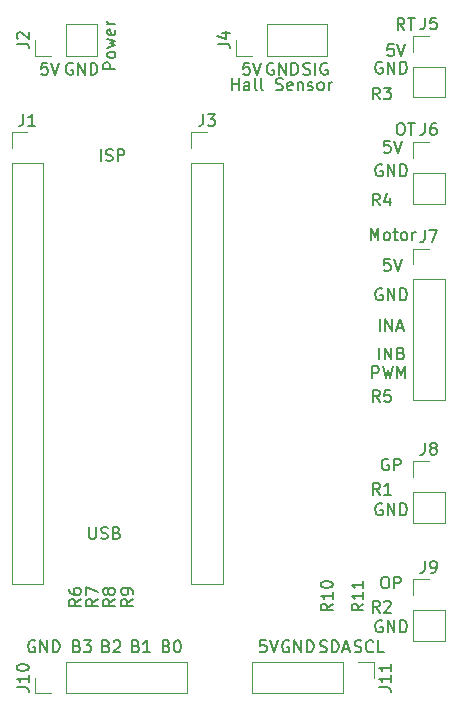
<source format=gbr>
%TF.GenerationSoftware,KiCad,Pcbnew,5.1.7-a382d34a8~88~ubuntu18.04.1*%
%TF.CreationDate,2021-02-15T16:22:20+09:00*%
%TF.ProjectId,atmega328p,61746d65-6761-4333-9238-702e6b696361,rev?*%
%TF.SameCoordinates,Original*%
%TF.FileFunction,Legend,Top*%
%TF.FilePolarity,Positive*%
%FSLAX46Y46*%
G04 Gerber Fmt 4.6, Leading zero omitted, Abs format (unit mm)*
G04 Created by KiCad (PCBNEW 5.1.7-a382d34a8~88~ubuntu18.04.1) date 2021-02-15 16:22:20*
%MOMM*%
%LPD*%
G01*
G04 APERTURE LIST*
%ADD10C,0.150000*%
%ADD11C,0.120000*%
G04 APERTURE END LIST*
D10*
X74795238Y-94328571D02*
X74938095Y-94376190D01*
X74985714Y-94423809D01*
X75033333Y-94519047D01*
X75033333Y-94661904D01*
X74985714Y-94757142D01*
X74938095Y-94804761D01*
X74842857Y-94852380D01*
X74461904Y-94852380D01*
X74461904Y-93852380D01*
X74795238Y-93852380D01*
X74890476Y-93900000D01*
X74938095Y-93947619D01*
X74985714Y-94042857D01*
X74985714Y-94138095D01*
X74938095Y-94233333D01*
X74890476Y-94280952D01*
X74795238Y-94328571D01*
X74461904Y-94328571D01*
X75652380Y-93852380D02*
X75747619Y-93852380D01*
X75842857Y-93900000D01*
X75890476Y-93947619D01*
X75938095Y-94042857D01*
X75985714Y-94233333D01*
X75985714Y-94471428D01*
X75938095Y-94661904D01*
X75890476Y-94757142D01*
X75842857Y-94804761D01*
X75747619Y-94852380D01*
X75652380Y-94852380D01*
X75557142Y-94804761D01*
X75509523Y-94757142D01*
X75461904Y-94661904D01*
X75414285Y-94471428D01*
X75414285Y-94233333D01*
X75461904Y-94042857D01*
X75509523Y-93947619D01*
X75557142Y-93900000D01*
X75652380Y-93852380D01*
X72195238Y-94328571D02*
X72338095Y-94376190D01*
X72385714Y-94423809D01*
X72433333Y-94519047D01*
X72433333Y-94661904D01*
X72385714Y-94757142D01*
X72338095Y-94804761D01*
X72242857Y-94852380D01*
X71861904Y-94852380D01*
X71861904Y-93852380D01*
X72195238Y-93852380D01*
X72290476Y-93900000D01*
X72338095Y-93947619D01*
X72385714Y-94042857D01*
X72385714Y-94138095D01*
X72338095Y-94233333D01*
X72290476Y-94280952D01*
X72195238Y-94328571D01*
X71861904Y-94328571D01*
X73385714Y-94852380D02*
X72814285Y-94852380D01*
X73100000Y-94852380D02*
X73100000Y-93852380D01*
X73004761Y-93995238D01*
X72909523Y-94090476D01*
X72814285Y-94138095D01*
X69695238Y-94328571D02*
X69838095Y-94376190D01*
X69885714Y-94423809D01*
X69933333Y-94519047D01*
X69933333Y-94661904D01*
X69885714Y-94757142D01*
X69838095Y-94804761D01*
X69742857Y-94852380D01*
X69361904Y-94852380D01*
X69361904Y-93852380D01*
X69695238Y-93852380D01*
X69790476Y-93900000D01*
X69838095Y-93947619D01*
X69885714Y-94042857D01*
X69885714Y-94138095D01*
X69838095Y-94233333D01*
X69790476Y-94280952D01*
X69695238Y-94328571D01*
X69361904Y-94328571D01*
X70314285Y-93947619D02*
X70361904Y-93900000D01*
X70457142Y-93852380D01*
X70695238Y-93852380D01*
X70790476Y-93900000D01*
X70838095Y-93947619D01*
X70885714Y-94042857D01*
X70885714Y-94138095D01*
X70838095Y-94280952D01*
X70266666Y-94852380D01*
X70885714Y-94852380D01*
X67195238Y-94328571D02*
X67338095Y-94376190D01*
X67385714Y-94423809D01*
X67433333Y-94519047D01*
X67433333Y-94661904D01*
X67385714Y-94757142D01*
X67338095Y-94804761D01*
X67242857Y-94852380D01*
X66861904Y-94852380D01*
X66861904Y-93852380D01*
X67195238Y-93852380D01*
X67290476Y-93900000D01*
X67338095Y-93947619D01*
X67385714Y-94042857D01*
X67385714Y-94138095D01*
X67338095Y-94233333D01*
X67290476Y-94280952D01*
X67195238Y-94328571D01*
X66861904Y-94328571D01*
X67766666Y-93852380D02*
X68385714Y-93852380D01*
X68052380Y-94233333D01*
X68195238Y-94233333D01*
X68290476Y-94280952D01*
X68338095Y-94328571D01*
X68385714Y-94423809D01*
X68385714Y-94661904D01*
X68338095Y-94757142D01*
X68290476Y-94804761D01*
X68195238Y-94852380D01*
X67909523Y-94852380D01*
X67814285Y-94804761D01*
X67766666Y-94757142D01*
X63638095Y-93900000D02*
X63542857Y-93852380D01*
X63400000Y-93852380D01*
X63257142Y-93900000D01*
X63161904Y-93995238D01*
X63114285Y-94090476D01*
X63066666Y-94280952D01*
X63066666Y-94423809D01*
X63114285Y-94614285D01*
X63161904Y-94709523D01*
X63257142Y-94804761D01*
X63400000Y-94852380D01*
X63495238Y-94852380D01*
X63638095Y-94804761D01*
X63685714Y-94757142D01*
X63685714Y-94423809D01*
X63495238Y-94423809D01*
X64114285Y-94852380D02*
X64114285Y-93852380D01*
X64685714Y-94852380D01*
X64685714Y-93852380D01*
X65161904Y-94852380D02*
X65161904Y-93852380D01*
X65400000Y-93852380D01*
X65542857Y-93900000D01*
X65638095Y-93995238D01*
X65685714Y-94090476D01*
X65733333Y-94280952D01*
X65733333Y-94423809D01*
X65685714Y-94614285D01*
X65638095Y-94709523D01*
X65542857Y-94804761D01*
X65400000Y-94852380D01*
X65161904Y-94852380D01*
X90709523Y-94804761D02*
X90852380Y-94852380D01*
X91090476Y-94852380D01*
X91185714Y-94804761D01*
X91233333Y-94757142D01*
X91280952Y-94661904D01*
X91280952Y-94566666D01*
X91233333Y-94471428D01*
X91185714Y-94423809D01*
X91090476Y-94376190D01*
X90900000Y-94328571D01*
X90804761Y-94280952D01*
X90757142Y-94233333D01*
X90709523Y-94138095D01*
X90709523Y-94042857D01*
X90757142Y-93947619D01*
X90804761Y-93900000D01*
X90900000Y-93852380D01*
X91138095Y-93852380D01*
X91280952Y-93900000D01*
X92280952Y-94757142D02*
X92233333Y-94804761D01*
X92090476Y-94852380D01*
X91995238Y-94852380D01*
X91852380Y-94804761D01*
X91757142Y-94709523D01*
X91709523Y-94614285D01*
X91661904Y-94423809D01*
X91661904Y-94280952D01*
X91709523Y-94090476D01*
X91757142Y-93995238D01*
X91852380Y-93900000D01*
X91995238Y-93852380D01*
X92090476Y-93852380D01*
X92233333Y-93900000D01*
X92280952Y-93947619D01*
X93185714Y-94852380D02*
X92709523Y-94852380D01*
X92709523Y-93852380D01*
X87785714Y-94804761D02*
X87928571Y-94852380D01*
X88166666Y-94852380D01*
X88261904Y-94804761D01*
X88309523Y-94757142D01*
X88357142Y-94661904D01*
X88357142Y-94566666D01*
X88309523Y-94471428D01*
X88261904Y-94423809D01*
X88166666Y-94376190D01*
X87976190Y-94328571D01*
X87880952Y-94280952D01*
X87833333Y-94233333D01*
X87785714Y-94138095D01*
X87785714Y-94042857D01*
X87833333Y-93947619D01*
X87880952Y-93900000D01*
X87976190Y-93852380D01*
X88214285Y-93852380D01*
X88357142Y-93900000D01*
X88785714Y-94852380D02*
X88785714Y-93852380D01*
X89023809Y-93852380D01*
X89166666Y-93900000D01*
X89261904Y-93995238D01*
X89309523Y-94090476D01*
X89357142Y-94280952D01*
X89357142Y-94423809D01*
X89309523Y-94614285D01*
X89261904Y-94709523D01*
X89166666Y-94804761D01*
X89023809Y-94852380D01*
X88785714Y-94852380D01*
X89738095Y-94566666D02*
X90214285Y-94566666D01*
X89642857Y-94852380D02*
X89976190Y-93852380D01*
X90309523Y-94852380D01*
X85138095Y-93900000D02*
X85042857Y-93852380D01*
X84900000Y-93852380D01*
X84757142Y-93900000D01*
X84661904Y-93995238D01*
X84614285Y-94090476D01*
X84566666Y-94280952D01*
X84566666Y-94423809D01*
X84614285Y-94614285D01*
X84661904Y-94709523D01*
X84757142Y-94804761D01*
X84900000Y-94852380D01*
X84995238Y-94852380D01*
X85138095Y-94804761D01*
X85185714Y-94757142D01*
X85185714Y-94423809D01*
X84995238Y-94423809D01*
X85614285Y-94852380D02*
X85614285Y-93852380D01*
X86185714Y-94852380D01*
X86185714Y-93852380D01*
X86661904Y-94852380D02*
X86661904Y-93852380D01*
X86900000Y-93852380D01*
X87042857Y-93900000D01*
X87138095Y-93995238D01*
X87185714Y-94090476D01*
X87233333Y-94280952D01*
X87233333Y-94423809D01*
X87185714Y-94614285D01*
X87138095Y-94709523D01*
X87042857Y-94804761D01*
X86900000Y-94852380D01*
X86661904Y-94852380D01*
X83209523Y-93852380D02*
X82733333Y-93852380D01*
X82685714Y-94328571D01*
X82733333Y-94280952D01*
X82828571Y-94233333D01*
X83066666Y-94233333D01*
X83161904Y-94280952D01*
X83209523Y-94328571D01*
X83257142Y-94423809D01*
X83257142Y-94661904D01*
X83209523Y-94757142D01*
X83161904Y-94804761D01*
X83066666Y-94852380D01*
X82828571Y-94852380D01*
X82733333Y-94804761D01*
X82685714Y-94757142D01*
X83542857Y-93852380D02*
X83876190Y-94852380D01*
X84209523Y-93852380D01*
X93038095Y-92200000D02*
X92942857Y-92152380D01*
X92800000Y-92152380D01*
X92657142Y-92200000D01*
X92561904Y-92295238D01*
X92514285Y-92390476D01*
X92466666Y-92580952D01*
X92466666Y-92723809D01*
X92514285Y-92914285D01*
X92561904Y-93009523D01*
X92657142Y-93104761D01*
X92800000Y-93152380D01*
X92895238Y-93152380D01*
X93038095Y-93104761D01*
X93085714Y-93057142D01*
X93085714Y-92723809D01*
X92895238Y-92723809D01*
X93514285Y-93152380D02*
X93514285Y-92152380D01*
X94085714Y-93152380D01*
X94085714Y-92152380D01*
X94561904Y-93152380D02*
X94561904Y-92152380D01*
X94800000Y-92152380D01*
X94942857Y-92200000D01*
X95038095Y-92295238D01*
X95085714Y-92390476D01*
X95133333Y-92580952D01*
X95133333Y-92723809D01*
X95085714Y-92914285D01*
X95038095Y-93009523D01*
X94942857Y-93104761D01*
X94800000Y-93152380D01*
X94561904Y-93152380D01*
X93204761Y-88452380D02*
X93395238Y-88452380D01*
X93490476Y-88500000D01*
X93585714Y-88595238D01*
X93633333Y-88785714D01*
X93633333Y-89119047D01*
X93585714Y-89309523D01*
X93490476Y-89404761D01*
X93395238Y-89452380D01*
X93204761Y-89452380D01*
X93109523Y-89404761D01*
X93014285Y-89309523D01*
X92966666Y-89119047D01*
X92966666Y-88785714D01*
X93014285Y-88595238D01*
X93109523Y-88500000D01*
X93204761Y-88452380D01*
X94061904Y-89452380D02*
X94061904Y-88452380D01*
X94442857Y-88452380D01*
X94538095Y-88500000D01*
X94585714Y-88547619D01*
X94633333Y-88642857D01*
X94633333Y-88785714D01*
X94585714Y-88880952D01*
X94538095Y-88928571D01*
X94442857Y-88976190D01*
X94061904Y-88976190D01*
X93561904Y-78500000D02*
X93466666Y-78452380D01*
X93323809Y-78452380D01*
X93180952Y-78500000D01*
X93085714Y-78595238D01*
X93038095Y-78690476D01*
X92990476Y-78880952D01*
X92990476Y-79023809D01*
X93038095Y-79214285D01*
X93085714Y-79309523D01*
X93180952Y-79404761D01*
X93323809Y-79452380D01*
X93419047Y-79452380D01*
X93561904Y-79404761D01*
X93609523Y-79357142D01*
X93609523Y-79023809D01*
X93419047Y-79023809D01*
X94038095Y-79452380D02*
X94038095Y-78452380D01*
X94419047Y-78452380D01*
X94514285Y-78500000D01*
X94561904Y-78547619D01*
X94609523Y-78642857D01*
X94609523Y-78785714D01*
X94561904Y-78880952D01*
X94514285Y-78928571D01*
X94419047Y-78976190D01*
X94038095Y-78976190D01*
X93038095Y-82300000D02*
X92942857Y-82252380D01*
X92800000Y-82252380D01*
X92657142Y-82300000D01*
X92561904Y-82395238D01*
X92514285Y-82490476D01*
X92466666Y-82680952D01*
X92466666Y-82823809D01*
X92514285Y-83014285D01*
X92561904Y-83109523D01*
X92657142Y-83204761D01*
X92800000Y-83252380D01*
X92895238Y-83252380D01*
X93038095Y-83204761D01*
X93085714Y-83157142D01*
X93085714Y-82823809D01*
X92895238Y-82823809D01*
X93514285Y-83252380D02*
X93514285Y-82252380D01*
X94085714Y-83252380D01*
X94085714Y-82252380D01*
X94561904Y-83252380D02*
X94561904Y-82252380D01*
X94800000Y-82252380D01*
X94942857Y-82300000D01*
X95038095Y-82395238D01*
X95085714Y-82490476D01*
X95133333Y-82680952D01*
X95133333Y-82823809D01*
X95085714Y-83014285D01*
X95038095Y-83109523D01*
X94942857Y-83204761D01*
X94800000Y-83252380D01*
X94561904Y-83252380D01*
X92195238Y-71652380D02*
X92195238Y-70652380D01*
X92576190Y-70652380D01*
X92671428Y-70700000D01*
X92719047Y-70747619D01*
X92766666Y-70842857D01*
X92766666Y-70985714D01*
X92719047Y-71080952D01*
X92671428Y-71128571D01*
X92576190Y-71176190D01*
X92195238Y-71176190D01*
X93100000Y-70652380D02*
X93338095Y-71652380D01*
X93528571Y-70938095D01*
X93719047Y-71652380D01*
X93957142Y-70652380D01*
X94338095Y-71652380D02*
X94338095Y-70652380D01*
X94671428Y-71366666D01*
X95004761Y-70652380D01*
X95004761Y-71652380D01*
X92776190Y-70052380D02*
X92776190Y-69052380D01*
X93252380Y-70052380D02*
X93252380Y-69052380D01*
X93823809Y-70052380D01*
X93823809Y-69052380D01*
X94633333Y-69528571D02*
X94776190Y-69576190D01*
X94823809Y-69623809D01*
X94871428Y-69719047D01*
X94871428Y-69861904D01*
X94823809Y-69957142D01*
X94776190Y-70004761D01*
X94680952Y-70052380D01*
X94300000Y-70052380D01*
X94300000Y-69052380D01*
X94633333Y-69052380D01*
X94728571Y-69100000D01*
X94776190Y-69147619D01*
X94823809Y-69242857D01*
X94823809Y-69338095D01*
X94776190Y-69433333D01*
X94728571Y-69480952D01*
X94633333Y-69528571D01*
X94300000Y-69528571D01*
X92847619Y-67652380D02*
X92847619Y-66652380D01*
X93323809Y-67652380D02*
X93323809Y-66652380D01*
X93895238Y-67652380D01*
X93895238Y-66652380D01*
X94323809Y-67366666D02*
X94800000Y-67366666D01*
X94228571Y-67652380D02*
X94561904Y-66652380D01*
X94895238Y-67652380D01*
X93038095Y-64100000D02*
X92942857Y-64052380D01*
X92800000Y-64052380D01*
X92657142Y-64100000D01*
X92561904Y-64195238D01*
X92514285Y-64290476D01*
X92466666Y-64480952D01*
X92466666Y-64623809D01*
X92514285Y-64814285D01*
X92561904Y-64909523D01*
X92657142Y-65004761D01*
X92800000Y-65052380D01*
X92895238Y-65052380D01*
X93038095Y-65004761D01*
X93085714Y-64957142D01*
X93085714Y-64623809D01*
X92895238Y-64623809D01*
X93514285Y-65052380D02*
X93514285Y-64052380D01*
X94085714Y-65052380D01*
X94085714Y-64052380D01*
X94561904Y-65052380D02*
X94561904Y-64052380D01*
X94800000Y-64052380D01*
X94942857Y-64100000D01*
X95038095Y-64195238D01*
X95085714Y-64290476D01*
X95133333Y-64480952D01*
X95133333Y-64623809D01*
X95085714Y-64814285D01*
X95038095Y-64909523D01*
X94942857Y-65004761D01*
X94800000Y-65052380D01*
X94561904Y-65052380D01*
X93709523Y-61552380D02*
X93233333Y-61552380D01*
X93185714Y-62028571D01*
X93233333Y-61980952D01*
X93328571Y-61933333D01*
X93566666Y-61933333D01*
X93661904Y-61980952D01*
X93709523Y-62028571D01*
X93757142Y-62123809D01*
X93757142Y-62361904D01*
X93709523Y-62457142D01*
X93661904Y-62504761D01*
X93566666Y-62552380D01*
X93328571Y-62552380D01*
X93233333Y-62504761D01*
X93185714Y-62457142D01*
X94042857Y-61552380D02*
X94376190Y-62552380D01*
X94709523Y-61552380D01*
X92066666Y-59952380D02*
X92066666Y-58952380D01*
X92400000Y-59666666D01*
X92733333Y-58952380D01*
X92733333Y-59952380D01*
X93352380Y-59952380D02*
X93257142Y-59904761D01*
X93209523Y-59857142D01*
X93161904Y-59761904D01*
X93161904Y-59476190D01*
X93209523Y-59380952D01*
X93257142Y-59333333D01*
X93352380Y-59285714D01*
X93495238Y-59285714D01*
X93590476Y-59333333D01*
X93638095Y-59380952D01*
X93685714Y-59476190D01*
X93685714Y-59761904D01*
X93638095Y-59857142D01*
X93590476Y-59904761D01*
X93495238Y-59952380D01*
X93352380Y-59952380D01*
X93971428Y-59285714D02*
X94352380Y-59285714D01*
X94114285Y-58952380D02*
X94114285Y-59809523D01*
X94161904Y-59904761D01*
X94257142Y-59952380D01*
X94352380Y-59952380D01*
X94828571Y-59952380D02*
X94733333Y-59904761D01*
X94685714Y-59857142D01*
X94638095Y-59761904D01*
X94638095Y-59476190D01*
X94685714Y-59380952D01*
X94733333Y-59333333D01*
X94828571Y-59285714D01*
X94971428Y-59285714D01*
X95066666Y-59333333D01*
X95114285Y-59380952D01*
X95161904Y-59476190D01*
X95161904Y-59761904D01*
X95114285Y-59857142D01*
X95066666Y-59904761D01*
X94971428Y-59952380D01*
X94828571Y-59952380D01*
X95590476Y-59952380D02*
X95590476Y-59285714D01*
X95590476Y-59476190D02*
X95638095Y-59380952D01*
X95685714Y-59333333D01*
X95780952Y-59285714D01*
X95876190Y-59285714D01*
X93038095Y-53600000D02*
X92942857Y-53552380D01*
X92800000Y-53552380D01*
X92657142Y-53600000D01*
X92561904Y-53695238D01*
X92514285Y-53790476D01*
X92466666Y-53980952D01*
X92466666Y-54123809D01*
X92514285Y-54314285D01*
X92561904Y-54409523D01*
X92657142Y-54504761D01*
X92800000Y-54552380D01*
X92895238Y-54552380D01*
X93038095Y-54504761D01*
X93085714Y-54457142D01*
X93085714Y-54123809D01*
X92895238Y-54123809D01*
X93514285Y-54552380D02*
X93514285Y-53552380D01*
X94085714Y-54552380D01*
X94085714Y-53552380D01*
X94561904Y-54552380D02*
X94561904Y-53552380D01*
X94800000Y-53552380D01*
X94942857Y-53600000D01*
X95038095Y-53695238D01*
X95085714Y-53790476D01*
X95133333Y-53980952D01*
X95133333Y-54123809D01*
X95085714Y-54314285D01*
X95038095Y-54409523D01*
X94942857Y-54504761D01*
X94800000Y-54552380D01*
X94561904Y-54552380D01*
X93709523Y-51552380D02*
X93233333Y-51552380D01*
X93185714Y-52028571D01*
X93233333Y-51980952D01*
X93328571Y-51933333D01*
X93566666Y-51933333D01*
X93661904Y-51980952D01*
X93709523Y-52028571D01*
X93757142Y-52123809D01*
X93757142Y-52361904D01*
X93709523Y-52457142D01*
X93661904Y-52504761D01*
X93566666Y-52552380D01*
X93328571Y-52552380D01*
X93233333Y-52504761D01*
X93185714Y-52457142D01*
X94042857Y-51552380D02*
X94376190Y-52552380D01*
X94709523Y-51552380D01*
X94523809Y-50052380D02*
X94714285Y-50052380D01*
X94809523Y-50100000D01*
X94904761Y-50195238D01*
X94952380Y-50385714D01*
X94952380Y-50719047D01*
X94904761Y-50909523D01*
X94809523Y-51004761D01*
X94714285Y-51052380D01*
X94523809Y-51052380D01*
X94428571Y-51004761D01*
X94333333Y-50909523D01*
X94285714Y-50719047D01*
X94285714Y-50385714D01*
X94333333Y-50195238D01*
X94428571Y-50100000D01*
X94523809Y-50052380D01*
X95238095Y-50052380D02*
X95809523Y-50052380D01*
X95523809Y-51052380D02*
X95523809Y-50052380D01*
X93038095Y-44900000D02*
X92942857Y-44852380D01*
X92800000Y-44852380D01*
X92657142Y-44900000D01*
X92561904Y-44995238D01*
X92514285Y-45090476D01*
X92466666Y-45280952D01*
X92466666Y-45423809D01*
X92514285Y-45614285D01*
X92561904Y-45709523D01*
X92657142Y-45804761D01*
X92800000Y-45852380D01*
X92895238Y-45852380D01*
X93038095Y-45804761D01*
X93085714Y-45757142D01*
X93085714Y-45423809D01*
X92895238Y-45423809D01*
X93514285Y-45852380D02*
X93514285Y-44852380D01*
X94085714Y-45852380D01*
X94085714Y-44852380D01*
X94561904Y-45852380D02*
X94561904Y-44852380D01*
X94800000Y-44852380D01*
X94942857Y-44900000D01*
X95038095Y-44995238D01*
X95085714Y-45090476D01*
X95133333Y-45280952D01*
X95133333Y-45423809D01*
X95085714Y-45614285D01*
X95038095Y-45709523D01*
X94942857Y-45804761D01*
X94800000Y-45852380D01*
X94561904Y-45852380D01*
X94009523Y-43352380D02*
X93533333Y-43352380D01*
X93485714Y-43828571D01*
X93533333Y-43780952D01*
X93628571Y-43733333D01*
X93866666Y-43733333D01*
X93961904Y-43780952D01*
X94009523Y-43828571D01*
X94057142Y-43923809D01*
X94057142Y-44161904D01*
X94009523Y-44257142D01*
X93961904Y-44304761D01*
X93866666Y-44352380D01*
X93628571Y-44352380D01*
X93533333Y-44304761D01*
X93485714Y-44257142D01*
X94342857Y-43352380D02*
X94676190Y-44352380D01*
X95009523Y-43352380D01*
X94928571Y-42152380D02*
X94595238Y-41676190D01*
X94357142Y-42152380D02*
X94357142Y-41152380D01*
X94738095Y-41152380D01*
X94833333Y-41200000D01*
X94880952Y-41247619D01*
X94928571Y-41342857D01*
X94928571Y-41485714D01*
X94880952Y-41580952D01*
X94833333Y-41628571D01*
X94738095Y-41676190D01*
X94357142Y-41676190D01*
X95214285Y-41152380D02*
X95785714Y-41152380D01*
X95500000Y-42152380D02*
X95500000Y-41152380D01*
X86376190Y-45904761D02*
X86519047Y-45952380D01*
X86757142Y-45952380D01*
X86852380Y-45904761D01*
X86900000Y-45857142D01*
X86947619Y-45761904D01*
X86947619Y-45666666D01*
X86900000Y-45571428D01*
X86852380Y-45523809D01*
X86757142Y-45476190D01*
X86566666Y-45428571D01*
X86471428Y-45380952D01*
X86423809Y-45333333D01*
X86376190Y-45238095D01*
X86376190Y-45142857D01*
X86423809Y-45047619D01*
X86471428Y-45000000D01*
X86566666Y-44952380D01*
X86804761Y-44952380D01*
X86947619Y-45000000D01*
X87376190Y-45952380D02*
X87376190Y-44952380D01*
X88376190Y-45000000D02*
X88280952Y-44952380D01*
X88138095Y-44952380D01*
X87995238Y-45000000D01*
X87900000Y-45095238D01*
X87852380Y-45190476D01*
X87804761Y-45380952D01*
X87804761Y-45523809D01*
X87852380Y-45714285D01*
X87900000Y-45809523D01*
X87995238Y-45904761D01*
X88138095Y-45952380D01*
X88233333Y-45952380D01*
X88376190Y-45904761D01*
X88423809Y-45857142D01*
X88423809Y-45523809D01*
X88233333Y-45523809D01*
X83838095Y-45000000D02*
X83742857Y-44952380D01*
X83600000Y-44952380D01*
X83457142Y-45000000D01*
X83361904Y-45095238D01*
X83314285Y-45190476D01*
X83266666Y-45380952D01*
X83266666Y-45523809D01*
X83314285Y-45714285D01*
X83361904Y-45809523D01*
X83457142Y-45904761D01*
X83600000Y-45952380D01*
X83695238Y-45952380D01*
X83838095Y-45904761D01*
X83885714Y-45857142D01*
X83885714Y-45523809D01*
X83695238Y-45523809D01*
X84314285Y-45952380D02*
X84314285Y-44952380D01*
X84885714Y-45952380D01*
X84885714Y-44952380D01*
X85361904Y-45952380D02*
X85361904Y-44952380D01*
X85600000Y-44952380D01*
X85742857Y-45000000D01*
X85838095Y-45095238D01*
X85885714Y-45190476D01*
X85933333Y-45380952D01*
X85933333Y-45523809D01*
X85885714Y-45714285D01*
X85838095Y-45809523D01*
X85742857Y-45904761D01*
X85600000Y-45952380D01*
X85361904Y-45952380D01*
X81809523Y-44952380D02*
X81333333Y-44952380D01*
X81285714Y-45428571D01*
X81333333Y-45380952D01*
X81428571Y-45333333D01*
X81666666Y-45333333D01*
X81761904Y-45380952D01*
X81809523Y-45428571D01*
X81857142Y-45523809D01*
X81857142Y-45761904D01*
X81809523Y-45857142D01*
X81761904Y-45904761D01*
X81666666Y-45952380D01*
X81428571Y-45952380D01*
X81333333Y-45904761D01*
X81285714Y-45857142D01*
X82142857Y-44952380D02*
X82476190Y-45952380D01*
X82809523Y-44952380D01*
X80333333Y-47252380D02*
X80333333Y-46252380D01*
X80333333Y-46728571D02*
X80904761Y-46728571D01*
X80904761Y-47252380D02*
X80904761Y-46252380D01*
X81809523Y-47252380D02*
X81809523Y-46728571D01*
X81761904Y-46633333D01*
X81666666Y-46585714D01*
X81476190Y-46585714D01*
X81380952Y-46633333D01*
X81809523Y-47204761D02*
X81714285Y-47252380D01*
X81476190Y-47252380D01*
X81380952Y-47204761D01*
X81333333Y-47109523D01*
X81333333Y-47014285D01*
X81380952Y-46919047D01*
X81476190Y-46871428D01*
X81714285Y-46871428D01*
X81809523Y-46823809D01*
X82428571Y-47252380D02*
X82333333Y-47204761D01*
X82285714Y-47109523D01*
X82285714Y-46252380D01*
X82952380Y-47252380D02*
X82857142Y-47204761D01*
X82809523Y-47109523D01*
X82809523Y-46252380D01*
X84047619Y-47204761D02*
X84190476Y-47252380D01*
X84428571Y-47252380D01*
X84523809Y-47204761D01*
X84571428Y-47157142D01*
X84619047Y-47061904D01*
X84619047Y-46966666D01*
X84571428Y-46871428D01*
X84523809Y-46823809D01*
X84428571Y-46776190D01*
X84238095Y-46728571D01*
X84142857Y-46680952D01*
X84095238Y-46633333D01*
X84047619Y-46538095D01*
X84047619Y-46442857D01*
X84095238Y-46347619D01*
X84142857Y-46300000D01*
X84238095Y-46252380D01*
X84476190Y-46252380D01*
X84619047Y-46300000D01*
X85428571Y-47204761D02*
X85333333Y-47252380D01*
X85142857Y-47252380D01*
X85047619Y-47204761D01*
X85000000Y-47109523D01*
X85000000Y-46728571D01*
X85047619Y-46633333D01*
X85142857Y-46585714D01*
X85333333Y-46585714D01*
X85428571Y-46633333D01*
X85476190Y-46728571D01*
X85476190Y-46823809D01*
X85000000Y-46919047D01*
X85904761Y-46585714D02*
X85904761Y-47252380D01*
X85904761Y-46680952D02*
X85952380Y-46633333D01*
X86047619Y-46585714D01*
X86190476Y-46585714D01*
X86285714Y-46633333D01*
X86333333Y-46728571D01*
X86333333Y-47252380D01*
X86761904Y-47204761D02*
X86857142Y-47252380D01*
X87047619Y-47252380D01*
X87142857Y-47204761D01*
X87190476Y-47109523D01*
X87190476Y-47061904D01*
X87142857Y-46966666D01*
X87047619Y-46919047D01*
X86904761Y-46919047D01*
X86809523Y-46871428D01*
X86761904Y-46776190D01*
X86761904Y-46728571D01*
X86809523Y-46633333D01*
X86904761Y-46585714D01*
X87047619Y-46585714D01*
X87142857Y-46633333D01*
X87761904Y-47252380D02*
X87666666Y-47204761D01*
X87619047Y-47157142D01*
X87571428Y-47061904D01*
X87571428Y-46776190D01*
X87619047Y-46680952D01*
X87666666Y-46633333D01*
X87761904Y-46585714D01*
X87904761Y-46585714D01*
X88000000Y-46633333D01*
X88047619Y-46680952D01*
X88095238Y-46776190D01*
X88095238Y-47061904D01*
X88047619Y-47157142D01*
X88000000Y-47204761D01*
X87904761Y-47252380D01*
X87761904Y-47252380D01*
X88523809Y-47252380D02*
X88523809Y-46585714D01*
X88523809Y-46776190D02*
X88571428Y-46680952D01*
X88619047Y-46633333D01*
X88714285Y-46585714D01*
X88809523Y-46585714D01*
X66838095Y-45000000D02*
X66742857Y-44952380D01*
X66600000Y-44952380D01*
X66457142Y-45000000D01*
X66361904Y-45095238D01*
X66314285Y-45190476D01*
X66266666Y-45380952D01*
X66266666Y-45523809D01*
X66314285Y-45714285D01*
X66361904Y-45809523D01*
X66457142Y-45904761D01*
X66600000Y-45952380D01*
X66695238Y-45952380D01*
X66838095Y-45904761D01*
X66885714Y-45857142D01*
X66885714Y-45523809D01*
X66695238Y-45523809D01*
X67314285Y-45952380D02*
X67314285Y-44952380D01*
X67885714Y-45952380D01*
X67885714Y-44952380D01*
X68361904Y-45952380D02*
X68361904Y-44952380D01*
X68600000Y-44952380D01*
X68742857Y-45000000D01*
X68838095Y-45095238D01*
X68885714Y-45190476D01*
X68933333Y-45380952D01*
X68933333Y-45523809D01*
X68885714Y-45714285D01*
X68838095Y-45809523D01*
X68742857Y-45904761D01*
X68600000Y-45952380D01*
X68361904Y-45952380D01*
X64709523Y-44952380D02*
X64233333Y-44952380D01*
X64185714Y-45428571D01*
X64233333Y-45380952D01*
X64328571Y-45333333D01*
X64566666Y-45333333D01*
X64661904Y-45380952D01*
X64709523Y-45428571D01*
X64757142Y-45523809D01*
X64757142Y-45761904D01*
X64709523Y-45857142D01*
X64661904Y-45904761D01*
X64566666Y-45952380D01*
X64328571Y-45952380D01*
X64233333Y-45904761D01*
X64185714Y-45857142D01*
X65042857Y-44952380D02*
X65376190Y-45952380D01*
X65709523Y-44952380D01*
X70452380Y-45476190D02*
X69452380Y-45476190D01*
X69452380Y-45095238D01*
X69500000Y-45000000D01*
X69547619Y-44952380D01*
X69642857Y-44904761D01*
X69785714Y-44904761D01*
X69880952Y-44952380D01*
X69928571Y-45000000D01*
X69976190Y-45095238D01*
X69976190Y-45476190D01*
X70452380Y-44333333D02*
X70404761Y-44428571D01*
X70357142Y-44476190D01*
X70261904Y-44523809D01*
X69976190Y-44523809D01*
X69880952Y-44476190D01*
X69833333Y-44428571D01*
X69785714Y-44333333D01*
X69785714Y-44190476D01*
X69833333Y-44095238D01*
X69880952Y-44047619D01*
X69976190Y-44000000D01*
X70261904Y-44000000D01*
X70357142Y-44047619D01*
X70404761Y-44095238D01*
X70452380Y-44190476D01*
X70452380Y-44333333D01*
X69785714Y-43666666D02*
X70452380Y-43476190D01*
X69976190Y-43285714D01*
X70452380Y-43095238D01*
X69785714Y-42904761D01*
X70404761Y-42142857D02*
X70452380Y-42238095D01*
X70452380Y-42428571D01*
X70404761Y-42523809D01*
X70309523Y-42571428D01*
X69928571Y-42571428D01*
X69833333Y-42523809D01*
X69785714Y-42428571D01*
X69785714Y-42238095D01*
X69833333Y-42142857D01*
X69928571Y-42095238D01*
X70023809Y-42095238D01*
X70119047Y-42571428D01*
X70452380Y-41666666D02*
X69785714Y-41666666D01*
X69976190Y-41666666D02*
X69880952Y-41619047D01*
X69833333Y-41571428D01*
X69785714Y-41476190D01*
X69785714Y-41380952D01*
X68238095Y-84252380D02*
X68238095Y-85061904D01*
X68285714Y-85157142D01*
X68333333Y-85204761D01*
X68428571Y-85252380D01*
X68619047Y-85252380D01*
X68714285Y-85204761D01*
X68761904Y-85157142D01*
X68809523Y-85061904D01*
X68809523Y-84252380D01*
X69238095Y-85204761D02*
X69380952Y-85252380D01*
X69619047Y-85252380D01*
X69714285Y-85204761D01*
X69761904Y-85157142D01*
X69809523Y-85061904D01*
X69809523Y-84966666D01*
X69761904Y-84871428D01*
X69714285Y-84823809D01*
X69619047Y-84776190D01*
X69428571Y-84728571D01*
X69333333Y-84680952D01*
X69285714Y-84633333D01*
X69238095Y-84538095D01*
X69238095Y-84442857D01*
X69285714Y-84347619D01*
X69333333Y-84300000D01*
X69428571Y-84252380D01*
X69666666Y-84252380D01*
X69809523Y-84300000D01*
X70571428Y-84728571D02*
X70714285Y-84776190D01*
X70761904Y-84823809D01*
X70809523Y-84919047D01*
X70809523Y-85061904D01*
X70761904Y-85157142D01*
X70714285Y-85204761D01*
X70619047Y-85252380D01*
X70238095Y-85252380D01*
X70238095Y-84252380D01*
X70571428Y-84252380D01*
X70666666Y-84300000D01*
X70714285Y-84347619D01*
X70761904Y-84442857D01*
X70761904Y-84538095D01*
X70714285Y-84633333D01*
X70666666Y-84680952D01*
X70571428Y-84728571D01*
X70238095Y-84728571D01*
X69223809Y-53252380D02*
X69223809Y-52252380D01*
X69652380Y-53204761D02*
X69795238Y-53252380D01*
X70033333Y-53252380D01*
X70128571Y-53204761D01*
X70176190Y-53157142D01*
X70223809Y-53061904D01*
X70223809Y-52966666D01*
X70176190Y-52871428D01*
X70128571Y-52823809D01*
X70033333Y-52776190D01*
X69842857Y-52728571D01*
X69747619Y-52680952D01*
X69700000Y-52633333D01*
X69652380Y-52538095D01*
X69652380Y-52442857D01*
X69700000Y-52347619D01*
X69747619Y-52300000D01*
X69842857Y-52252380D01*
X70080952Y-52252380D01*
X70223809Y-52300000D01*
X70652380Y-53252380D02*
X70652380Y-52252380D01*
X71033333Y-52252380D01*
X71128571Y-52300000D01*
X71176190Y-52347619D01*
X71223809Y-52442857D01*
X71223809Y-52585714D01*
X71176190Y-52680952D01*
X71128571Y-52728571D01*
X71033333Y-52776190D01*
X70652380Y-52776190D01*
D11*
%TO.C,J1*%
X61670000Y-50830000D02*
X63000000Y-50830000D01*
X61670000Y-52160000D02*
X61670000Y-50830000D01*
X61670000Y-53430000D02*
X64330000Y-53430000D01*
X64330000Y-53430000D02*
X64330000Y-89050000D01*
X61670000Y-53430000D02*
X61670000Y-89050000D01*
X61670000Y-89050000D02*
X64330000Y-89050000D01*
%TO.C,J2*%
X63670000Y-44330000D02*
X63670000Y-43000000D01*
X65000000Y-44330000D02*
X63670000Y-44330000D01*
X66270000Y-44330000D02*
X66270000Y-41670000D01*
X66270000Y-41670000D02*
X68870000Y-41670000D01*
X66270000Y-44330000D02*
X68870000Y-44330000D01*
X68870000Y-44330000D02*
X68870000Y-41670000D01*
%TO.C,J3*%
X76890000Y-89050000D02*
X79550000Y-89050000D01*
X76890000Y-53430000D02*
X76890000Y-89050000D01*
X79550000Y-53430000D02*
X79550000Y-89050000D01*
X76890000Y-53430000D02*
X79550000Y-53430000D01*
X76890000Y-52160000D02*
X76890000Y-50830000D01*
X76890000Y-50830000D02*
X78220000Y-50830000D01*
%TO.C,J4*%
X80670000Y-44330000D02*
X80670000Y-43000000D01*
X82000000Y-44330000D02*
X80670000Y-44330000D01*
X83270000Y-44330000D02*
X83270000Y-41670000D01*
X83270000Y-41670000D02*
X88410000Y-41670000D01*
X83270000Y-44330000D02*
X88410000Y-44330000D01*
X88410000Y-44330000D02*
X88410000Y-41670000D01*
%TO.C,J5*%
X95670000Y-47870000D02*
X98330000Y-47870000D01*
X95670000Y-45270000D02*
X95670000Y-47870000D01*
X98330000Y-45270000D02*
X98330000Y-47870000D01*
X95670000Y-45270000D02*
X98330000Y-45270000D01*
X95670000Y-44000000D02*
X95670000Y-42670000D01*
X95670000Y-42670000D02*
X97000000Y-42670000D01*
%TO.C,J6*%
X95670000Y-51670000D02*
X97000000Y-51670000D01*
X95670000Y-53000000D02*
X95670000Y-51670000D01*
X95670000Y-54270000D02*
X98330000Y-54270000D01*
X98330000Y-54270000D02*
X98330000Y-56870000D01*
X95670000Y-54270000D02*
X95670000Y-56870000D01*
X95670000Y-56870000D02*
X98330000Y-56870000D01*
%TO.C,J7*%
X95670000Y-60670000D02*
X97000000Y-60670000D01*
X95670000Y-62000000D02*
X95670000Y-60670000D01*
X95670000Y-63270000D02*
X98330000Y-63270000D01*
X98330000Y-63270000D02*
X98330000Y-73490000D01*
X95670000Y-63270000D02*
X95670000Y-73490000D01*
X95670000Y-73490000D02*
X98330000Y-73490000D01*
%TO.C,J8*%
X95670000Y-78670000D02*
X97000000Y-78670000D01*
X95670000Y-80000000D02*
X95670000Y-78670000D01*
X95670000Y-81270000D02*
X98330000Y-81270000D01*
X98330000Y-81270000D02*
X98330000Y-83870000D01*
X95670000Y-81270000D02*
X95670000Y-83870000D01*
X95670000Y-83870000D02*
X98330000Y-83870000D01*
%TO.C,J9*%
X95670000Y-93870000D02*
X98330000Y-93870000D01*
X95670000Y-91270000D02*
X95670000Y-93870000D01*
X98330000Y-91270000D02*
X98330000Y-93870000D01*
X95670000Y-91270000D02*
X98330000Y-91270000D01*
X95670000Y-90000000D02*
X95670000Y-88670000D01*
X95670000Y-88670000D02*
X97000000Y-88670000D01*
%TO.C,J10*%
X63670000Y-98330000D02*
X63670000Y-97000000D01*
X65000000Y-98330000D02*
X63670000Y-98330000D01*
X66270000Y-98330000D02*
X66270000Y-95670000D01*
X66270000Y-95670000D02*
X76490000Y-95670000D01*
X66270000Y-98330000D02*
X76490000Y-98330000D01*
X76490000Y-98330000D02*
X76490000Y-95670000D01*
%TO.C,J11*%
X92330000Y-95670000D02*
X92330000Y-97000000D01*
X91000000Y-95670000D02*
X92330000Y-95670000D01*
X89730000Y-95670000D02*
X89730000Y-98330000D01*
X89730000Y-98330000D02*
X82050000Y-98330000D01*
X89730000Y-95670000D02*
X82050000Y-95670000D01*
X82050000Y-95670000D02*
X82050000Y-98330000D01*
%TO.C,J1*%
D10*
X62666666Y-49282380D02*
X62666666Y-49996666D01*
X62619047Y-50139523D01*
X62523809Y-50234761D01*
X62380952Y-50282380D01*
X62285714Y-50282380D01*
X63666666Y-50282380D02*
X63095238Y-50282380D01*
X63380952Y-50282380D02*
X63380952Y-49282380D01*
X63285714Y-49425238D01*
X63190476Y-49520476D01*
X63095238Y-49568095D01*
%TO.C,J2*%
X62122380Y-43333333D02*
X62836666Y-43333333D01*
X62979523Y-43380952D01*
X63074761Y-43476190D01*
X63122380Y-43619047D01*
X63122380Y-43714285D01*
X62217619Y-42904761D02*
X62170000Y-42857142D01*
X62122380Y-42761904D01*
X62122380Y-42523809D01*
X62170000Y-42428571D01*
X62217619Y-42380952D01*
X62312857Y-42333333D01*
X62408095Y-42333333D01*
X62550952Y-42380952D01*
X63122380Y-42952380D01*
X63122380Y-42333333D01*
%TO.C,J3*%
X77886666Y-49282380D02*
X77886666Y-49996666D01*
X77839047Y-50139523D01*
X77743809Y-50234761D01*
X77600952Y-50282380D01*
X77505714Y-50282380D01*
X78267619Y-49282380D02*
X78886666Y-49282380D01*
X78553333Y-49663333D01*
X78696190Y-49663333D01*
X78791428Y-49710952D01*
X78839047Y-49758571D01*
X78886666Y-49853809D01*
X78886666Y-50091904D01*
X78839047Y-50187142D01*
X78791428Y-50234761D01*
X78696190Y-50282380D01*
X78410476Y-50282380D01*
X78315238Y-50234761D01*
X78267619Y-50187142D01*
%TO.C,J4*%
X79122380Y-43333333D02*
X79836666Y-43333333D01*
X79979523Y-43380952D01*
X80074761Y-43476190D01*
X80122380Y-43619047D01*
X80122380Y-43714285D01*
X79455714Y-42428571D02*
X80122380Y-42428571D01*
X79074761Y-42666666D02*
X79789047Y-42904761D01*
X79789047Y-42285714D01*
%TO.C,J5*%
X96666666Y-41122380D02*
X96666666Y-41836666D01*
X96619047Y-41979523D01*
X96523809Y-42074761D01*
X96380952Y-42122380D01*
X96285714Y-42122380D01*
X97619047Y-41122380D02*
X97142857Y-41122380D01*
X97095238Y-41598571D01*
X97142857Y-41550952D01*
X97238095Y-41503333D01*
X97476190Y-41503333D01*
X97571428Y-41550952D01*
X97619047Y-41598571D01*
X97666666Y-41693809D01*
X97666666Y-41931904D01*
X97619047Y-42027142D01*
X97571428Y-42074761D01*
X97476190Y-42122380D01*
X97238095Y-42122380D01*
X97142857Y-42074761D01*
X97095238Y-42027142D01*
%TO.C,J6*%
X96666666Y-50052380D02*
X96666666Y-50766666D01*
X96619047Y-50909523D01*
X96523809Y-51004761D01*
X96380952Y-51052380D01*
X96285714Y-51052380D01*
X97571428Y-50052380D02*
X97380952Y-50052380D01*
X97285714Y-50100000D01*
X97238095Y-50147619D01*
X97142857Y-50290476D01*
X97095238Y-50480952D01*
X97095238Y-50861904D01*
X97142857Y-50957142D01*
X97190476Y-51004761D01*
X97285714Y-51052380D01*
X97476190Y-51052380D01*
X97571428Y-51004761D01*
X97619047Y-50957142D01*
X97666666Y-50861904D01*
X97666666Y-50623809D01*
X97619047Y-50528571D01*
X97571428Y-50480952D01*
X97476190Y-50433333D01*
X97285714Y-50433333D01*
X97190476Y-50480952D01*
X97142857Y-50528571D01*
X97095238Y-50623809D01*
%TO.C,J7*%
X96666666Y-59122380D02*
X96666666Y-59836666D01*
X96619047Y-59979523D01*
X96523809Y-60074761D01*
X96380952Y-60122380D01*
X96285714Y-60122380D01*
X97047619Y-59122380D02*
X97714285Y-59122380D01*
X97285714Y-60122380D01*
%TO.C,J8*%
X96666666Y-77122380D02*
X96666666Y-77836666D01*
X96619047Y-77979523D01*
X96523809Y-78074761D01*
X96380952Y-78122380D01*
X96285714Y-78122380D01*
X97285714Y-77550952D02*
X97190476Y-77503333D01*
X97142857Y-77455714D01*
X97095238Y-77360476D01*
X97095238Y-77312857D01*
X97142857Y-77217619D01*
X97190476Y-77170000D01*
X97285714Y-77122380D01*
X97476190Y-77122380D01*
X97571428Y-77170000D01*
X97619047Y-77217619D01*
X97666666Y-77312857D01*
X97666666Y-77360476D01*
X97619047Y-77455714D01*
X97571428Y-77503333D01*
X97476190Y-77550952D01*
X97285714Y-77550952D01*
X97190476Y-77598571D01*
X97142857Y-77646190D01*
X97095238Y-77741428D01*
X97095238Y-77931904D01*
X97142857Y-78027142D01*
X97190476Y-78074761D01*
X97285714Y-78122380D01*
X97476190Y-78122380D01*
X97571428Y-78074761D01*
X97619047Y-78027142D01*
X97666666Y-77931904D01*
X97666666Y-77741428D01*
X97619047Y-77646190D01*
X97571428Y-77598571D01*
X97476190Y-77550952D01*
%TO.C,J9*%
X96666666Y-87122380D02*
X96666666Y-87836666D01*
X96619047Y-87979523D01*
X96523809Y-88074761D01*
X96380952Y-88122380D01*
X96285714Y-88122380D01*
X97190476Y-88122380D02*
X97380952Y-88122380D01*
X97476190Y-88074761D01*
X97523809Y-88027142D01*
X97619047Y-87884285D01*
X97666666Y-87693809D01*
X97666666Y-87312857D01*
X97619047Y-87217619D01*
X97571428Y-87170000D01*
X97476190Y-87122380D01*
X97285714Y-87122380D01*
X97190476Y-87170000D01*
X97142857Y-87217619D01*
X97095238Y-87312857D01*
X97095238Y-87550952D01*
X97142857Y-87646190D01*
X97190476Y-87693809D01*
X97285714Y-87741428D01*
X97476190Y-87741428D01*
X97571428Y-87693809D01*
X97619047Y-87646190D01*
X97666666Y-87550952D01*
%TO.C,R1*%
X92833333Y-81512380D02*
X92500000Y-81036190D01*
X92261904Y-81512380D02*
X92261904Y-80512380D01*
X92642857Y-80512380D01*
X92738095Y-80560000D01*
X92785714Y-80607619D01*
X92833333Y-80702857D01*
X92833333Y-80845714D01*
X92785714Y-80940952D01*
X92738095Y-80988571D01*
X92642857Y-81036190D01*
X92261904Y-81036190D01*
X93785714Y-81512380D02*
X93214285Y-81512380D01*
X93500000Y-81512380D02*
X93500000Y-80512380D01*
X93404761Y-80655238D01*
X93309523Y-80750476D01*
X93214285Y-80798095D01*
%TO.C,R2*%
X92833333Y-91492380D02*
X92500000Y-91016190D01*
X92261904Y-91492380D02*
X92261904Y-90492380D01*
X92642857Y-90492380D01*
X92738095Y-90540000D01*
X92785714Y-90587619D01*
X92833333Y-90682857D01*
X92833333Y-90825714D01*
X92785714Y-90920952D01*
X92738095Y-90968571D01*
X92642857Y-91016190D01*
X92261904Y-91016190D01*
X93214285Y-90587619D02*
X93261904Y-90540000D01*
X93357142Y-90492380D01*
X93595238Y-90492380D01*
X93690476Y-90540000D01*
X93738095Y-90587619D01*
X93785714Y-90682857D01*
X93785714Y-90778095D01*
X93738095Y-90920952D01*
X93166666Y-91492380D01*
X93785714Y-91492380D01*
%TO.C,R3*%
X92833333Y-48042380D02*
X92500000Y-47566190D01*
X92261904Y-48042380D02*
X92261904Y-47042380D01*
X92642857Y-47042380D01*
X92738095Y-47090000D01*
X92785714Y-47137619D01*
X92833333Y-47232857D01*
X92833333Y-47375714D01*
X92785714Y-47470952D01*
X92738095Y-47518571D01*
X92642857Y-47566190D01*
X92261904Y-47566190D01*
X93166666Y-47042380D02*
X93785714Y-47042380D01*
X93452380Y-47423333D01*
X93595238Y-47423333D01*
X93690476Y-47470952D01*
X93738095Y-47518571D01*
X93785714Y-47613809D01*
X93785714Y-47851904D01*
X93738095Y-47947142D01*
X93690476Y-47994761D01*
X93595238Y-48042380D01*
X93309523Y-48042380D01*
X93214285Y-47994761D01*
X93166666Y-47947142D01*
%TO.C,R4*%
X92833333Y-57022380D02*
X92500000Y-56546190D01*
X92261904Y-57022380D02*
X92261904Y-56022380D01*
X92642857Y-56022380D01*
X92738095Y-56070000D01*
X92785714Y-56117619D01*
X92833333Y-56212857D01*
X92833333Y-56355714D01*
X92785714Y-56450952D01*
X92738095Y-56498571D01*
X92642857Y-56546190D01*
X92261904Y-56546190D01*
X93690476Y-56355714D02*
X93690476Y-57022380D01*
X93452380Y-55974761D02*
X93214285Y-56689047D01*
X93833333Y-56689047D01*
%TO.C,R5*%
X92833333Y-73662380D02*
X92500000Y-73186190D01*
X92261904Y-73662380D02*
X92261904Y-72662380D01*
X92642857Y-72662380D01*
X92738095Y-72710000D01*
X92785714Y-72757619D01*
X92833333Y-72852857D01*
X92833333Y-72995714D01*
X92785714Y-73090952D01*
X92738095Y-73138571D01*
X92642857Y-73186190D01*
X92261904Y-73186190D01*
X93738095Y-72662380D02*
X93261904Y-72662380D01*
X93214285Y-73138571D01*
X93261904Y-73090952D01*
X93357142Y-73043333D01*
X93595238Y-73043333D01*
X93690476Y-73090952D01*
X93738095Y-73138571D01*
X93785714Y-73233809D01*
X93785714Y-73471904D01*
X93738095Y-73567142D01*
X93690476Y-73614761D01*
X93595238Y-73662380D01*
X93357142Y-73662380D01*
X93261904Y-73614761D01*
X93214285Y-73567142D01*
%TO.C,J10*%
X62122380Y-97809523D02*
X62836666Y-97809523D01*
X62979523Y-97857142D01*
X63074761Y-97952380D01*
X63122380Y-98095238D01*
X63122380Y-98190476D01*
X63122380Y-96809523D02*
X63122380Y-97380952D01*
X63122380Y-97095238D02*
X62122380Y-97095238D01*
X62265238Y-97190476D01*
X62360476Y-97285714D01*
X62408095Y-97380952D01*
X62122380Y-96190476D02*
X62122380Y-96095238D01*
X62170000Y-96000000D01*
X62217619Y-95952380D01*
X62312857Y-95904761D01*
X62503333Y-95857142D01*
X62741428Y-95857142D01*
X62931904Y-95904761D01*
X63027142Y-95952380D01*
X63074761Y-96000000D01*
X63122380Y-96095238D01*
X63122380Y-96190476D01*
X63074761Y-96285714D01*
X63027142Y-96333333D01*
X62931904Y-96380952D01*
X62741428Y-96428571D01*
X62503333Y-96428571D01*
X62312857Y-96380952D01*
X62217619Y-96333333D01*
X62170000Y-96285714D01*
X62122380Y-96190476D01*
%TO.C,J11*%
X92782380Y-97809523D02*
X93496666Y-97809523D01*
X93639523Y-97857142D01*
X93734761Y-97952380D01*
X93782380Y-98095238D01*
X93782380Y-98190476D01*
X93782380Y-96809523D02*
X93782380Y-97380952D01*
X93782380Y-97095238D02*
X92782380Y-97095238D01*
X92925238Y-97190476D01*
X93020476Y-97285714D01*
X93068095Y-97380952D01*
X93782380Y-95857142D02*
X93782380Y-96428571D01*
X93782380Y-96142857D02*
X92782380Y-96142857D01*
X92925238Y-96238095D01*
X93020476Y-96333333D01*
X93068095Y-96428571D01*
%TO.C,R6*%
X67532380Y-90356666D02*
X67056190Y-90690000D01*
X67532380Y-90928095D02*
X66532380Y-90928095D01*
X66532380Y-90547142D01*
X66580000Y-90451904D01*
X66627619Y-90404285D01*
X66722857Y-90356666D01*
X66865714Y-90356666D01*
X66960952Y-90404285D01*
X67008571Y-90451904D01*
X67056190Y-90547142D01*
X67056190Y-90928095D01*
X66532380Y-89499523D02*
X66532380Y-89690000D01*
X66580000Y-89785238D01*
X66627619Y-89832857D01*
X66770476Y-89928095D01*
X66960952Y-89975714D01*
X67341904Y-89975714D01*
X67437142Y-89928095D01*
X67484761Y-89880476D01*
X67532380Y-89785238D01*
X67532380Y-89594761D01*
X67484761Y-89499523D01*
X67437142Y-89451904D01*
X67341904Y-89404285D01*
X67103809Y-89404285D01*
X67008571Y-89451904D01*
X66960952Y-89499523D01*
X66913333Y-89594761D01*
X66913333Y-89785238D01*
X66960952Y-89880476D01*
X67008571Y-89928095D01*
X67103809Y-89975714D01*
%TO.C,R7*%
X68952380Y-90356666D02*
X68476190Y-90690000D01*
X68952380Y-90928095D02*
X67952380Y-90928095D01*
X67952380Y-90547142D01*
X68000000Y-90451904D01*
X68047619Y-90404285D01*
X68142857Y-90356666D01*
X68285714Y-90356666D01*
X68380952Y-90404285D01*
X68428571Y-90451904D01*
X68476190Y-90547142D01*
X68476190Y-90928095D01*
X67952380Y-90023333D02*
X67952380Y-89356666D01*
X68952380Y-89785238D01*
%TO.C,R8*%
X70422380Y-90356666D02*
X69946190Y-90690000D01*
X70422380Y-90928095D02*
X69422380Y-90928095D01*
X69422380Y-90547142D01*
X69470000Y-90451904D01*
X69517619Y-90404285D01*
X69612857Y-90356666D01*
X69755714Y-90356666D01*
X69850952Y-90404285D01*
X69898571Y-90451904D01*
X69946190Y-90547142D01*
X69946190Y-90928095D01*
X69850952Y-89785238D02*
X69803333Y-89880476D01*
X69755714Y-89928095D01*
X69660476Y-89975714D01*
X69612857Y-89975714D01*
X69517619Y-89928095D01*
X69470000Y-89880476D01*
X69422380Y-89785238D01*
X69422380Y-89594761D01*
X69470000Y-89499523D01*
X69517619Y-89451904D01*
X69612857Y-89404285D01*
X69660476Y-89404285D01*
X69755714Y-89451904D01*
X69803333Y-89499523D01*
X69850952Y-89594761D01*
X69850952Y-89785238D01*
X69898571Y-89880476D01*
X69946190Y-89928095D01*
X70041428Y-89975714D01*
X70231904Y-89975714D01*
X70327142Y-89928095D01*
X70374761Y-89880476D01*
X70422380Y-89785238D01*
X70422380Y-89594761D01*
X70374761Y-89499523D01*
X70327142Y-89451904D01*
X70231904Y-89404285D01*
X70041428Y-89404285D01*
X69946190Y-89451904D01*
X69898571Y-89499523D01*
X69850952Y-89594761D01*
%TO.C,R9*%
X71942380Y-90356666D02*
X71466190Y-90690000D01*
X71942380Y-90928095D02*
X70942380Y-90928095D01*
X70942380Y-90547142D01*
X70990000Y-90451904D01*
X71037619Y-90404285D01*
X71132857Y-90356666D01*
X71275714Y-90356666D01*
X71370952Y-90404285D01*
X71418571Y-90451904D01*
X71466190Y-90547142D01*
X71466190Y-90928095D01*
X71942380Y-89880476D02*
X71942380Y-89690000D01*
X71894761Y-89594761D01*
X71847142Y-89547142D01*
X71704285Y-89451904D01*
X71513809Y-89404285D01*
X71132857Y-89404285D01*
X71037619Y-89451904D01*
X70990000Y-89499523D01*
X70942380Y-89594761D01*
X70942380Y-89785238D01*
X70990000Y-89880476D01*
X71037619Y-89928095D01*
X71132857Y-89975714D01*
X71370952Y-89975714D01*
X71466190Y-89928095D01*
X71513809Y-89880476D01*
X71561428Y-89785238D01*
X71561428Y-89594761D01*
X71513809Y-89499523D01*
X71466190Y-89451904D01*
X71370952Y-89404285D01*
%TO.C,R10*%
X88852380Y-90742857D02*
X88376190Y-91076190D01*
X88852380Y-91314285D02*
X87852380Y-91314285D01*
X87852380Y-90933333D01*
X87900000Y-90838095D01*
X87947619Y-90790476D01*
X88042857Y-90742857D01*
X88185714Y-90742857D01*
X88280952Y-90790476D01*
X88328571Y-90838095D01*
X88376190Y-90933333D01*
X88376190Y-91314285D01*
X88852380Y-89790476D02*
X88852380Y-90361904D01*
X88852380Y-90076190D02*
X87852380Y-90076190D01*
X87995238Y-90171428D01*
X88090476Y-90266666D01*
X88138095Y-90361904D01*
X87852380Y-89171428D02*
X87852380Y-89076190D01*
X87900000Y-88980952D01*
X87947619Y-88933333D01*
X88042857Y-88885714D01*
X88233333Y-88838095D01*
X88471428Y-88838095D01*
X88661904Y-88885714D01*
X88757142Y-88933333D01*
X88804761Y-88980952D01*
X88852380Y-89076190D01*
X88852380Y-89171428D01*
X88804761Y-89266666D01*
X88757142Y-89314285D01*
X88661904Y-89361904D01*
X88471428Y-89409523D01*
X88233333Y-89409523D01*
X88042857Y-89361904D01*
X87947619Y-89314285D01*
X87900000Y-89266666D01*
X87852380Y-89171428D01*
%TO.C,R11*%
X91452380Y-90742857D02*
X90976190Y-91076190D01*
X91452380Y-91314285D02*
X90452380Y-91314285D01*
X90452380Y-90933333D01*
X90500000Y-90838095D01*
X90547619Y-90790476D01*
X90642857Y-90742857D01*
X90785714Y-90742857D01*
X90880952Y-90790476D01*
X90928571Y-90838095D01*
X90976190Y-90933333D01*
X90976190Y-91314285D01*
X91452380Y-89790476D02*
X91452380Y-90361904D01*
X91452380Y-90076190D02*
X90452380Y-90076190D01*
X90595238Y-90171428D01*
X90690476Y-90266666D01*
X90738095Y-90361904D01*
X91452380Y-88838095D02*
X91452380Y-89409523D01*
X91452380Y-89123809D02*
X90452380Y-89123809D01*
X90595238Y-89219047D01*
X90690476Y-89314285D01*
X90738095Y-89409523D01*
%TD*%
M02*

</source>
